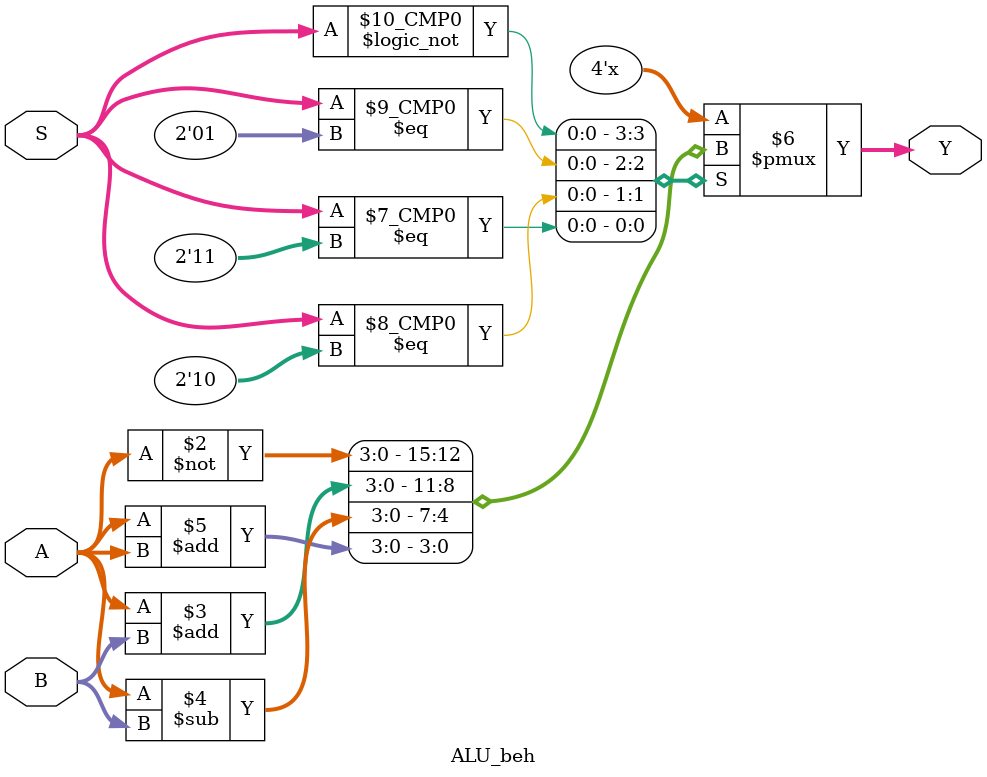
<source format=v>
`timescale 1ns / 1ps
module ALU_beh(
    input [3:0] A,
    input [3:0] B,
    input [1:0] S,
    output [3:0] Y
    );

reg [3:0] Y;

always @(A or B or S) begin

	case (S)
		2'b00: Y = ~A;
		2'b01: Y = A + B;
		2'b10: Y = A - B;
		2'b11: Y = A + A;
	endcase
	
end
endmodule

</source>
